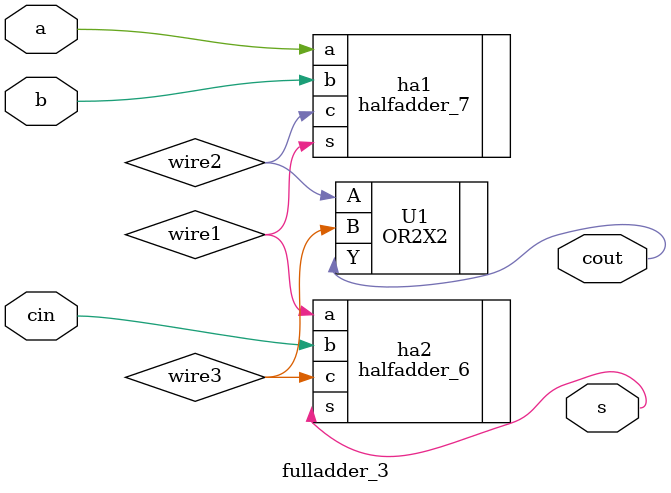
<source format=v>
module fulladder_3 ( s, cout, a, b, cin );
  input a, b, cin;
  output s, cout;
  wire   wire1, wire2, wire3;

  halfadder_7 ha1 ( .s(wire1), .c(wire2), .a(a), .b(b) );
  halfadder_6 ha2 ( .s(s), .c(wire3), .a(wire1), .b(cin) );
  OR2X2 U1 ( .A(wire2), .B(wire3), .Y(cout) );
endmodule

</source>
